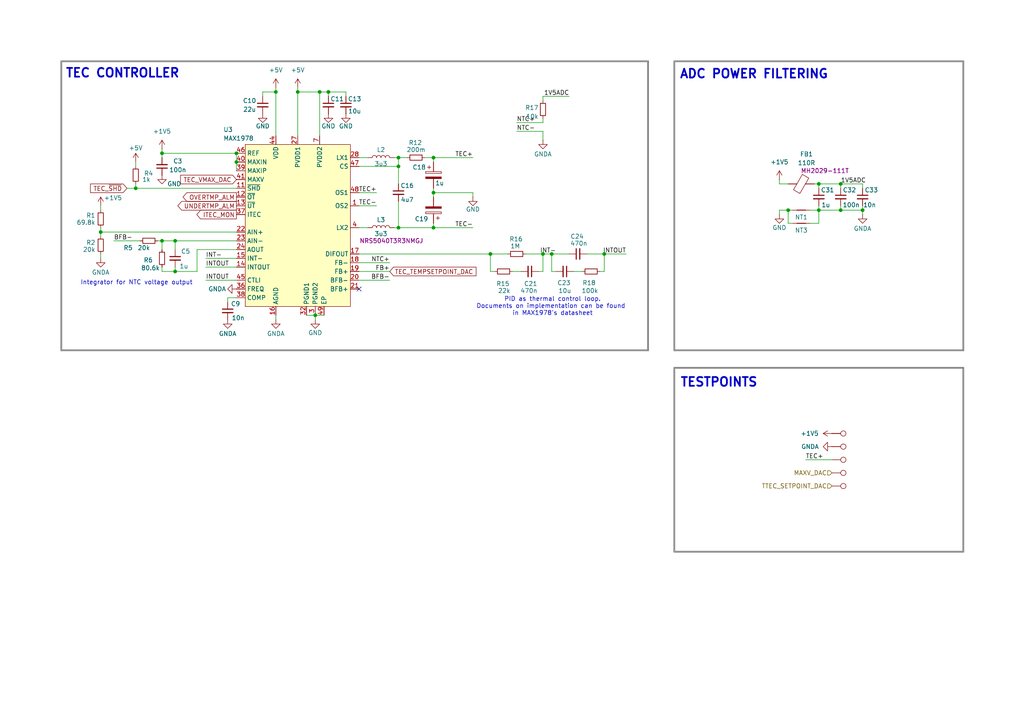
<source format=kicad_sch>
(kicad_sch (version 20241004) (generator "eeschema") (generator_version "8.99")
  (paper "A4")
  (title_block (date "2024-03-27") (comment 1 "Mirco Tollardo"))
  (lib_symbols
    (symbol "Connector:TestPoint" (pin_numbers (hide yes)) (pin_names (offset 0.762) (hide yes))
      (property "Reference" "TP" (at 0 6.858 0))
      (property "Value" "TestPoint" (at 0 5.08 0))
      (symbol "TestPoint_0_1"
        (circle (center 0 3.302) (radius 0.762))
      )
      (symbol "TestPoint_1_1"
        (pin passive line (at 0 0 90) (length 2.54) (name "1") (number "1"))
      )
    )
    (symbol "Device:C_Polarized" (pin_numbers (hide yes)) (pin_names (offset 0.254))
      (property "Reference" "C" (at 0.635 2.54 0))
      (property "Value" "C_Polarized" (at 0.635 -2.54 0))
      (symbol "C_Polarized_0_1"
        (rectangle (start -2.286 0.508) (end 2.286 1.016))
        (polyline (pts (xy -1.778 2.286) (xy -0.762 2.286)))
        (polyline (pts (xy -1.27 2.794) (xy -1.27 1.778)))
        (rectangle (start 2.286 -0.508) (end -2.286 -1.016) (fill (type outline)))
      )
      (symbol "C_Polarized_1_1"
        (pin passive line (at 0 3.81 270) (length 2.794) (name "~") (number "1"))
        (pin passive line (at 0 -3.81 90) (length 2.794) (name "~") (number "2"))
      )
    )
    (symbol "Device:C_Small" (pin_numbers (hide yes)) (pin_names (offset 0.254) (hide yes))
      (property "Reference" "C" (at 0.254 1.778 0))
      (property "Value" "C_Small" (at 0.254 -2.032 0))
      (symbol "C_Small_0_1"
        (polyline (pts (xy -1.524 0.508) (xy 1.524 0.508)) (stroke (width 0.3048)))
        (polyline (pts (xy -1.524 -0.508) (xy 1.524 -0.508)) (stroke (width 0.3302)))
      )
      (symbol "C_Small_1_1"
        (pin passive line (at 0 2.54 270) (length 2.032) (name "~") (number "1"))
        (pin passive line (at 0 -2.54 90) (length 2.032) (name "~") (number "2"))
      )
    )
    (symbol "Device:FerriteBead" (pin_numbers (hide yes)) (pin_names (offset 0))
      (property "Reference" "FB" (at -3.81 0.635 90))
      (property "Value" "FerriteBead" (at 3.81 0 90))
      (symbol "FerriteBead_0_1"
        (polyline (pts (xy -2.7686 0.4064) (xy -1.7018 2.2606) (xy 2.7686 -0.3048) (xy 1.6764 -2.159) (xy -2.7686 0.4064)))
        (polyline (pts (xy 0 1.27) (xy 0 1.2954)))
        (polyline (pts (xy 0 -1.27) (xy 0 -1.2192)))
      )
      (symbol "FerriteBead_1_1"
        (pin passive line (at 0 3.81 270) (length 2.54) (name "~") (number "1"))
        (pin passive line (at 0 -3.81 90) (length 2.54) (name "~") (number "2"))
      )
    )
    (symbol "Device:L" (pin_numbers (hide yes)) (pin_names (offset 1.016) (hide yes))
      (property "Reference" "L" (at -1.27 0 90))
      (property "Value" "L" (at 1.905 0 90))
      (symbol "L_0_1"
        (arc (start 0 2.54) (mid 0.6323 1.905) (end 0 1.27))
        (arc (start 0 1.27) (mid 0.6323 0.635) (end 0 0))
        (arc (start 0 0) (mid 0.6323 -0.635) (end 0 -1.27))
        (arc (start 0 -1.27) (mid 0.6323 -1.905) (end 0 -2.54))
      )
      (symbol "L_1_1"
        (pin passive line (at 0 3.81 270) (length 1.27) (name "1") (number "1"))
        (pin passive line (at 0 -3.81 90) (length 1.27) (name "2") (number "2"))
      )
    )
    (symbol "Device:NetTie_2" (pin_numbers (hide yes)) (pin_names (offset 0) (hide yes)) (in_bom no)
      (property "Reference" "NT" (at 0 1.27 0))
      (property "Value" "NetTie_2" (at 0 -1.27 0))
      (symbol "NetTie_2_0_1"
        (polyline (pts (xy -1.27 0) (xy 1.27 0)) (stroke (width 0.254)))
      )
      (symbol "NetTie_2_1_1"
        (pin passive line (at -2.54 0 0) (length 2.54) (name "1") (number "1"))
        (pin passive line (at 2.54 0 180) (length 2.54) (name "2") (number "2"))
      )
    )
    (symbol "Device:R_Small" (pin_numbers (hide yes)) (pin_names (offset 0.254) (hide yes))
      (property "Reference" "R" (at 0.762 0.508 0))
      (property "Value" "R_Small" (at 0.762 -1.016 0))
      (symbol "R_Small_0_1"
        (rectangle (start -0.762 1.778) (end 0.762 -1.778) (stroke (width 0.2032)))
      )
      (symbol "R_Small_1_1"
        (pin passive line (at 0 2.54 270) (length 0.762) (name "~") (number "1"))
        (pin passive line (at 0 -2.54 90) (length 0.762) (name "~") (number "2"))
      )
    )
    (symbol "power:+1V5" (power) (pin_numbers (hide yes)) (pin_names (offset 0) (hide yes))
      (property "Value" "+1V5" (at 0 3.556 0))
      (symbol "+1V5_0_1"
        (polyline (pts (xy -0.762 1.27) (xy 0 2.54)))
        (polyline (pts (xy 0 2.54) (xy 0.762 1.27)))
        (polyline (pts (xy 0 0) (xy 0 2.54)))
      )
      (symbol "+1V5_1_1"
        (pin power_in line (at 0 0 90) (length 0) (name "~") (number "1"))
      )
    )
    (symbol "power:+5V" (power) (pin_numbers (hide yes)) (pin_names (offset 0) (hide yes))
      (property "Value" "+5V" (at 0 3.556 0))
      (symbol "+5V_0_1"
        (polyline (pts (xy -0.762 1.27) (xy 0 2.54)))
        (polyline (pts (xy 0 2.54) (xy 0.762 1.27)))
        (polyline (pts (xy 0 0) (xy 0 2.54)))
      )
      (symbol "+5V_1_1"
        (pin power_in line (at 0 0 90) (length 0) (name "~") (number "1"))
      )
    )
    (symbol "power:GND" (power) (pin_numbers (hide yes)) (pin_names (offset 0) (hide yes))
      (property "Value" "GND" (at 0 -3.81 0))
      (symbol "GND_0_1"
        (polyline (pts (xy 0 0) (xy 0 -1.27) (xy 1.27 -1.27) (xy 0 -2.54) (xy -1.27 -1.27) (xy 0 -1.27)))
      )
      (symbol "GND_1_1"
        (pin power_in line (at 0 0 270) (length 0) (name "~") (number "1"))
      )
    )
    (symbol "power:GNDA" (power) (pin_numbers (hide yes)) (pin_names (offset 0) (hide yes))
      (property "Value" "GNDA" (at 0 -3.81 0))
      (symbol "GNDA_0_1"
        (polyline (pts (xy 0 0) (xy 0 -1.27) (xy 1.27 -1.27) (xy 0 -2.54) (xy -1.27 -1.27) (xy 0 -1.27)))
      )
      (symbol "GNDA_1_1"
        (pin power_in line (at 0 0 270) (length 0) (name "~") (number "1"))
      )
    )
    (symbol "symbols:MAX1978"
      (property "Reference" "U" (at 14.478 10.414 0))
      (property "Value" "MAX1978" (at 18.034 8.128 0))
      (symbol "MAX1978_1_1"
        (rectangle (start -15.24 6.35) (end 15.24 -40.64) (fill (type background)))
        (pin power_out line (at -17.78 3.81 0) (length 2.54) (name "REF") (number "46"))
        (pin output line (at -17.78 1.27 0) (length 2.54) (name "MAXIN") (number "40"))
        (pin output line (at -17.78 -1.27 0) (length 2.54) (name "MAXIP") (number "39"))
        (pin output line (at -17.78 -3.81 0) (length 2.54) (name "MAXV") (number "41"))
        (pin input line (at -17.78 -6.35 0) (length 2.54) (name "~{SHD}") (number "11"))
        (pin open_collector line (at -17.78 -8.89 0) (length 2.54) (name "~{OT}") (number "12"))
        (pin open_collector line (at -17.78 -11.43 0) (length 2.54) (name "~{UT}") (number "13"))
        (pin output line (at -17.78 -13.97 0) (length 2.54) (name "ITEC") (number "37"))
        (pin input line (at -17.78 -19.05 0) (length 2.54) (name "AIN+") (number "22"))
        (pin input line (at -17.78 -21.59 0) (length 2.54) (name "AIN-") (number "23"))
        (pin output line (at -17.78 -24.13 0) (length 2.54) (name "AOUT") (number "24"))
        (pin input line (at -17.78 -26.67 0) (length 2.54) (name "INT-") (number "15"))
        (pin output line (at -17.78 -29.21 0) (length 2.54) (name "INTOUT") (number "14"))
        (pin input line (at -17.78 -33.02 0) (length 2.54) (name "CTLI") (number "45"))
        (pin input line (at -17.78 -35.56 0) (length 2.54) (name "FREQ") (number "36"))
        (pin input line (at -17.78 -38.1 0) (length 2.54) (name "COMP") (number "38"))
        (pin power_in line (at -6.35 8.89 270) (length 2.54) (name "VDD") (number "44"))
        (pin power_in line (at -6.35 -43.18 90) (length 2.54) (name "AGND") (number "16"))
        (pin power_in line (at -6.35 -43.18 90) (length 2.54) (hide yes) (name "AGND") (number "25"))
        (pin power_in line (at -6.35 -43.18 90) (length 2.54) (hide yes) (name "AGND") (number "26"))
        (pin power_in line (at -6.35 -43.18 90) (length 2.54) (hide yes) (name "AGND") (number "42"))
        (pin power_in line (at -6.35 -43.18 90) (length 2.54) (hide yes) (name "AGND") (number "43"))
        (pin power_in line (at 0 8.89 270) (length 2.54) (name "PVDD1") (number "27"))
        (pin power_in line (at 0 8.89 270) (length 2.54) (hide yes) (name "PVDD1") (number "30"))
        (pin no_connect line (at 0 -43.18 90) (length 2.54) (hide yes) (name "NC") (number "2"))
        (pin no_connect line (at 0 -43.18 90) (length 2.54) (hide yes) (name "NC") (number "29"))
        (pin no_connect line (at 0 -43.18 90) (length 2.54) (hide yes) (name "NC") (number "35"))
        (pin no_connect line (at 0 -43.18 90) (length 2.54) (hide yes) (name "NC") (number "8"))
        (pin power_in line (at 2.54 -43.18 90) (length 2.54) (name "PGND1") (number "32"))
        (pin power_in line (at 2.54 -43.18 90) (length 2.54) (hide yes) (name "PGND1") (number "34"))
        (pin power_in line (at 5.08 -43.18 90) (length 2.54) (name "PGND2") (number "3"))
        (pin power_in line (at 5.08 -43.18 90) (length 2.54) (hide yes) (name "PGND2") (number "5"))
        (pin power_in line (at 6.35 8.89 270) (length 2.54) (hide yes) (name "PVDD2") (number "10"))
        (pin power_in line (at 6.35 8.89 270) (length 2.54) (name "PVDD2") (number "7"))
        (pin passive line (at 7.62 -43.18 90) (length 2.54) (name "EP") (number "49"))
        (pin power_out line (at 17.78 2.54 180) (length 2.54) (name "LX1") (number "28"))
        (pin power_out line (at 17.78 2.54 180) (length 2.54) (hide yes) (name "LX1") (number "31"))
        (pin power_out line (at 17.78 2.54 180) (length 2.54) (hide yes) (name "LX1") (number "33"))
        (pin input line (at 17.78 0 180) (length 2.54) (name "CS") (number "47"))
        (pin input line (at 17.78 -7.62 180) (length 2.54) (name "OS1") (number "48"))
        (pin input line (at 17.78 -11.43 180) (length 2.54) (name "OS2") (number "1"))
        (pin power_out line (at 17.78 -17.78 180) (length 2.54) (name "LX2") (number "4"))
        (pin power_out line (at 17.78 -17.78 180) (length 2.54) (hide yes) (name "LX2") (number "6"))
        (pin power_out line (at 17.78 -17.78 180) (length 2.54) (hide yes) (name "LX2") (number "9"))
        (pin input line (at 17.78 -25.4 180) (length 2.54) (name "DIFOUT") (number "17"))
        (pin input line (at 17.78 -27.94 180) (length 2.54) (name "FB-") (number "18"))
        (pin input line (at 17.78 -30.48 180) (length 2.54) (name "FB+") (number "19"))
        (pin output line (at 17.78 -33.02 180) (length 2.54) (name "BFB-") (number "20"))
        (pin output line (at 17.78 -35.56 180) (length 2.54) (name "BFB+") (number "21"))
      )
    )
  )
  (text "TEC CONTROLLER" (at 35.56 21.336 0) (effects (font (size 2.54 2.54) (thickness 0.508) (bold yes))))
  (text "PID as thermal control loop.\nDocuments on implementation can be found \nin MAX1978's datasheet" (at 160.274 88.9 0) (effects (font (size 1.27 1.27))))
  (text "TESTPOINTS" (at 208.534 110.998 0) (effects (font (size 2.54 2.54) (thickness 0.508) (bold yes))))
  (text "Integrator for NTC voltage output" (at 39.624 82.042 0) (effects (font (size 1.27 1.27))))
  (text "ADC POWER FILTERING" (at 218.694 21.59 0) (effects (font (size 2.54 2.54) (thickness 0.508) (bold yes))))
  (junction (at 250.19 60.96))
  (junction (at 237.49 53.34))
  (junction (at 29.21 67.31))
  (junction (at 125.73 45.72))
  (junction (at 142.24 73.66))
  (junction (at 68.58 44.45))
  (junction (at 125.73 66.04))
  (junction (at 175.26 73.66))
  (junction (at 68.58 46.99))
  (junction (at 46.99 69.85))
  (junction (at 39.37 54.61))
  (junction (at 46.99 44.45))
  (junction (at 125.73 55.88))
  (junction (at 92.71 26.67))
  (junction (at 95.25 26.67))
  (junction (at 86.36 26.67))
  (junction (at 91.44 91.44))
  (junction (at 157.48 73.66))
  (junction (at 237.49 60.96))
  (junction (at 160.02 73.66))
  (junction (at 50.8 69.85))
  (junction (at 243.84 60.96))
  (junction (at 228.6 60.96))
  (junction (at 115.57 48.26))
  (junction (at 115.57 45.72))
  (junction (at 50.8 78.74))
  (junction (at 115.57 66.04))
  (junction (at 80.01 26.67))
  (junction (at 243.84 53.34))
  (no_connect (at 104.14 83.82))
  (wire (pts (xy 160.02 73.66) (xy 165.1 73.66)))
  (polyline (pts (xy 195.58 160.02) (xy 279.4 160.02)) (stroke (width 0.508) (color 132 132 132 1)))
  (wire (pts (xy 157.48 73.66) (xy 157.48 78.74)))
  (wire (pts (xy 50.8 78.74) (xy 46.99 78.74)))
  (wire (pts (xy 46.99 78.74) (xy 46.99 77.47)))
  (wire (pts (xy 125.73 66.04) (xy 125.73 64.77)))
  (wire (pts (xy 46.99 69.85) (xy 50.8 69.85)))
  (polyline (pts (xy 279.4 17.78) (xy 279.4 101.6)) (stroke (width 0.508) (color 132 132 132 1)))
  (wire (pts (xy 156.21 78.74) (xy 157.48 78.74)))
  (wire (pts (xy 76.2 26.67) (xy 76.2 27.94)))
  (wire (pts (xy 104.14 76.2) (xy 113.03 76.2)))
  (wire (pts (xy 68.58 44.45) (xy 68.58 46.99)))
  (wire (pts (xy 137.16 55.88) (xy 137.16 57.15)))
  (wire (pts (xy 104.14 78.74) (xy 113.03 78.74)))
  (wire (pts (xy 80.01 26.67) (xy 80.01 39.37)))
  (wire (pts (xy 29.21 73.66) (xy 29.21 74.93)))
  (polyline (pts (xy 17.78 101.6) (xy 187.96 101.6)) (stroke (width 0.508) (color 132 132 132 1)))
  (polyline (pts (xy 195.58 101.6) (xy 279.4 101.6)) (stroke (width 0.508) (color 132 132 132 1)))
  (wire (pts (xy 46.99 69.85) (xy 46.99 72.39)))
  (wire (pts (xy 123.19 45.72) (xy 125.73 45.72)))
  (wire (pts (xy 115.57 58.42) (xy 115.57 66.04)))
  (wire (pts (xy 50.8 72.39) (xy 50.8 69.85)))
  (wire (pts (xy 40.64 69.85) (xy 33.02 69.85)))
  (wire (pts (xy 125.73 54.61) (xy 125.73 55.88)))
  (wire (pts (xy 181.61 73.66) (xy 175.26 73.66)))
  (wire (pts (xy 165.1 27.94) (xy 157.48 27.94)))
  (wire (pts (xy 29.21 67.31) (xy 29.21 68.58)))
  (wire (pts (xy 149.86 35.56) (xy 157.48 35.56)))
  (wire (pts (xy 157.48 73.66) (xy 160.02 73.66)))
  (wire (pts (xy 175.26 73.66) (xy 170.18 73.66)))
  (wire (pts (xy 59.69 74.93) (xy 68.58 74.93)))
  (wire (pts (xy 66.04 86.36) (xy 66.04 87.63)))
  (wire (pts (xy 115.57 45.72) (xy 118.11 45.72)))
  (wire (pts (xy 226.06 60.96) (xy 228.6 60.96)))
  (wire (pts (xy 143.51 78.74) (xy 142.24 78.74)))
  (wire (pts (xy 250.19 59.69) (xy 250.19 60.96)))
  (wire (pts (xy 29.21 66.04) (xy 29.21 67.31)))
  (wire (pts (xy 237.49 53.34) (xy 237.49 54.61)))
  (wire (pts (xy 68.58 72.39) (xy 57.15 72.39)))
  (wire (pts (xy 236.22 53.34) (xy 237.49 53.34)))
  (wire (pts (xy 160.02 73.66) (xy 160.02 78.74)))
  (polyline (pts (xy 187.96 17.78) (xy 17.78 17.78)) (stroke (width 0.508) (color 132 132 132 1)))
  (wire (pts (xy 226.06 52.07) (xy 226.06 53.34)))
  (wire (pts (xy 95.25 26.67) (xy 95.25 27.94)))
  (wire (pts (xy 92.71 26.67) (xy 95.25 26.67)))
  (wire (pts (xy 149.86 38.1) (xy 157.48 38.1)))
  (wire (pts (xy 229.87 64.77) (xy 228.6 64.77)))
  (wire (pts (xy 39.37 53.34) (xy 39.37 54.61)))
  (wire (pts (xy 45.72 69.85) (xy 46.99 69.85)))
  (wire (pts (xy 115.57 53.34) (xy 115.57 48.26)))
  (wire (pts (xy 86.36 39.37) (xy 86.36 26.67)))
  (wire (pts (xy 250.19 60.96) (xy 243.84 60.96)))
  (wire (pts (xy 29.21 59.69) (xy 29.21 60.96)))
  (wire (pts (xy 114.3 66.04) (xy 115.57 66.04)))
  (wire (pts (xy 137.16 55.88) (xy 125.73 55.88)))
  (polyline (pts (xy 195.58 106.68) (xy 195.58 160.02)) (stroke (width 0.508) (color 132 132 132 1)))
  (polyline (pts (xy 187.96 101.6) (xy 187.96 17.78)) (stroke (width 0.508) (color 132 132 132 1)))
  (polyline (pts (xy 195.58 17.78) (xy 279.4 17.78)) (stroke (width 0.508) (color 132 132 132 1)))
  (wire (pts (xy 36.83 54.61) (xy 39.37 54.61)))
  (polyline (pts (xy 17.78 17.78) (xy 17.78 101.6)) (stroke (width 0.508) (color 132 132 132 1)))
  (wire (pts (xy 142.24 73.66) (xy 104.14 73.66)))
  (wire (pts (xy 80.01 25.4) (xy 80.01 26.67)))
  (wire (pts (xy 157.48 27.94) (xy 157.48 29.21)))
  (wire (pts (xy 76.2 26.67) (xy 80.01 26.67)))
  (wire (pts (xy 29.21 67.31) (xy 68.58 67.31)))
  (wire (pts (xy 39.37 54.61) (xy 68.58 54.61)))
  (wire (pts (xy 237.49 60.96) (xy 234.95 60.96)))
  (wire (pts (xy 115.57 45.72) (xy 115.57 48.26)))
  (wire (pts (xy 57.15 78.74) (xy 50.8 78.74)))
  (wire (pts (xy 91.44 92.71) (xy 91.44 91.44)))
  (wire (pts (xy 57.15 72.39) (xy 57.15 78.74)))
  (wire (pts (xy 125.73 45.72) (xy 125.73 46.99)))
  (polyline (pts (xy 279.4 106.68) (xy 195.58 106.68)) (stroke (width 0.508) (color 132 132 132 1)))
  (wire (pts (xy 95.25 26.67) (xy 100.33 26.67)))
  (wire (pts (xy 114.3 45.72) (xy 115.57 45.72)))
  (wire (pts (xy 59.69 77.47) (xy 68.58 77.47)))
  (wire (pts (xy 142.24 78.74) (xy 142.24 73.66)))
  (wire (pts (xy 243.84 53.34) (xy 237.49 53.34)))
  (wire (pts (xy 234.95 64.77) (xy 237.49 64.77)))
  (wire (pts (xy 226.06 60.96) (xy 226.06 62.23)))
  (polyline (pts (xy 195.58 101.6) (xy 195.58 17.78)) (stroke (width 0.508) (color 132 132 132 1)))
  (polyline (pts (xy 279.4 160.02) (xy 279.4 106.68)) (stroke (width 0.508) (color 132 132 132 1)))
  (wire (pts (xy 237.49 59.69) (xy 237.49 60.96)))
  (wire (pts (xy 104.14 48.26) (xy 115.57 48.26)))
  (wire (pts (xy 115.57 66.04) (xy 125.73 66.04)))
  (wire (pts (xy 243.84 53.34) (xy 243.84 54.61)))
  (wire (pts (xy 175.26 78.74) (xy 173.99 78.74)))
  (wire (pts (xy 175.26 78.74) (xy 175.26 73.66)))
  (wire (pts (xy 125.73 45.72) (xy 137.16 45.72)))
  (wire (pts (xy 233.68 133.35) (xy 241.3 133.35)))
  (wire (pts (xy 100.33 26.67) (xy 100.33 27.94)))
  (wire (pts (xy 157.48 40.64) (xy 157.48 38.1)))
  (wire (pts (xy 66.04 86.36) (xy 68.58 86.36)))
  (wire (pts (xy 250.19 62.23) (xy 250.19 60.96)))
  (wire (pts (xy 50.8 77.47) (xy 50.8 78.74)))
  (wire (pts (xy 46.99 44.45) (xy 68.58 44.45)))
  (wire (pts (xy 243.84 60.96) (xy 237.49 60.96)))
  (wire (pts (xy 168.91 78.74) (xy 166.37 78.74)))
  (wire (pts (xy 152.4 73.66) (xy 157.48 73.66)))
  (wire (pts (xy 228.6 60.96) (xy 229.87 60.96)))
  (wire (pts (xy 92.71 39.37) (xy 92.71 26.67)))
  (wire (pts (xy 125.73 55.88) (xy 125.73 57.15)))
  (wire (pts (xy 46.99 45.72) (xy 46.99 44.45)))
  (wire (pts (xy 68.58 46.99) (xy 68.58 49.53)))
  (wire (pts (xy 46.99 43.18) (xy 46.99 44.45)))
  (wire (pts (xy 250.19 53.34) (xy 250.19 54.61)))
  (wire (pts (xy 104.14 66.04) (xy 106.68 66.04)))
  (wire (pts (xy 113.03 81.28) (xy 104.14 81.28)))
  (wire (pts (xy 147.32 73.66) (xy 142.24 73.66)))
  (wire (pts (xy 109.22 59.69) (xy 104.14 59.69)))
  (wire (pts (xy 50.8 69.85) (xy 68.58 69.85)))
  (wire (pts (xy 228.6 64.77) (xy 228.6 60.96)))
  (wire (pts (xy 250.19 53.34) (xy 243.84 53.34)))
  (wire (pts (xy 161.29 78.74) (xy 160.02 78.74)))
  (wire (pts (xy 91.44 91.44) (xy 93.98 91.44)))
  (wire (pts (xy 86.36 26.67) (xy 92.71 26.67)))
  (wire (pts (xy 148.59 78.74) (xy 151.13 78.74)))
  (wire (pts (xy 39.37 46.99) (xy 39.37 48.26)))
  (wire (pts (xy 157.48 34.29) (xy 157.48 35.56)))
  (wire (pts (xy 80.01 92.71) (xy 80.01 91.44)))
  (wire (pts (xy 109.22 55.88) (xy 104.14 55.88)))
  (wire (pts (xy 104.14 45.72) (xy 106.68 45.72)))
  (wire (pts (xy 237.49 64.77) (xy 237.49 60.96)))
  (wire (pts (xy 243.84 59.69) (xy 243.84 60.96)))
  (wire (pts (xy 88.9 91.44) (xy 91.44 91.44)))
  (wire (pts (xy 226.06 53.34) (xy 228.6 53.34)))
  (wire (pts (xy 125.73 66.04) (xy 137.16 66.04)))
  (wire (pts (xy 86.36 25.4) (xy 86.36 26.67)))
  (wire (pts (xy 59.69 81.28) (xy 68.58 81.28)))
  (label "1V5ADC" (at 165.1 27.94 180))
  (label "TEC-" (at 137.16 66.04 180))
  (label "BFB-" (at 33.02 69.85 0))
  (label "INTOUT" (at 59.69 81.28 0))
  (label "FB+" (at 113.03 78.74 180))
  (label "BFB-" (at 113.03 81.28 180))
  (label "NTC+" (at 113.03 76.2 180))
  (label "TEC+" (at 233.68 133.35 0))
  (label "INT-" (at 161.29 73.66 180))
  (label "NTC-" (at 149.86 38.1 0))
  (label "NTC+" (at 149.86 35.56 0))
  (label "TEC+" (at 109.22 55.88 180))
  (label "INT-" (at 59.69 74.93 0))
  (label "TEC+" (at 137.16 45.72 180))
  (label "INTOUT" (at 59.69 77.47 0))
  (label "TEC-" (at 109.22 59.69 180))
  (label "1V5ADC" (at 243.84 53.34 0))
  (label "INTOUT" (at 181.61 73.66 180))
  (global_label "OVERTMP_ALM" (shape output) (at 68.58 57.15 180) (property "Intersheetrefs" "${INTERSHEET_REFS}" (effects (hide yes))))
  (global_label "TEC_~{SHD}" (shape input) (at 36.83 54.61 180) (property "Intersheetrefs" "${INTERSHEET_REFS}" (effects (hide yes))))
  (global_label "UNDERTMP_ALM" (shape output) (at 68.58 59.69 180) (property "Intersheetrefs" "${INTERSHEET_REFS}" (effects (hide yes))))
  (global_label "TEC_TEMPSETPOINT_DAC" (shape input) (at 113.03 78.74 0) (property "Intersheetrefs" "${INTERSHEET_REFS}" (effects (hide yes))))
  (global_label "ITEC_MON" (shape output) (at 68.58 62.23 180) (property "Intersheetrefs" "${INTERSHEET_REFS}" (effects (hide yes))))
  (global_label "TEC_VMAX_DAC" (shape input) (at 68.58 52.07 180) (property "Intersheetrefs" "${INTERSHEET_REFS}" (effects (hide yes))))
  (hierarchical_label "TTEC_SETPOINT_DAC" (shape input) (at 241.3 140.97 180))
  (hierarchical_label "MAXV_DAC" (shape input) (at 241.3 137.16 180))
  (symbol (lib_id "power:GNDA") (at 157.48 40.64 0) (mirror y) (unit 1)
    (property "Reference" "#PWR032" (effects (hide yes)))
    (property "Value" "GNDA" (at 157.48 44.704 0))
    (property "Description" "Power symbol creates a global label with name \"GNDA\" , analog ground" (effects (hide yes)))
  )
  (symbol (lib_id "Device:C_Small") (at 167.64 73.66 90) (unit 1)
    (property "Reference" "C24" (at 167.386 68.58 90))
    (property "Value" "470n" (at 167.894 70.612 90))
    (property "Footprint" "Capacitor_SMD:C_0603_1608Metric" (effects (hide yes)))
    (property "Description" "Unpolarized capacitor, small symbol" (effects (hide yes)))
    (property "Voltage Rating" "6V3" (effects (hide yes)))
    (property "PN" "885012106020" (effects (hide yes)))
    (property "Store Link" "https://www.mouser.it/ProductDetail/Wurth-Elektronik/885012106020?qs=0KOYDY2FL28wkv7Maiii5A%3D%3D" (effects (hide yes)))
  )
  (symbol (lib_id "power:GND") (at 137.16 57.15 0) (unit 1)
    (property "Reference" "#PWR030" (effects (hide yes)))
    (property "Value" "GND" (at 137.16 60.706 0))
    (property "Description" "Power symbol creates a global label with name \"GND\" , ground" (effects (hide yes)))
  )
  (symbol (lib_id "Device:R_Small") (at 146.05 78.74 90) (unit 1)
    (property "Reference" "R15" (at 147.828 82.296 90) (effects (justify left)))
    (property "Value" "22k" (at 148.082 84.328 90) (effects (justify left)))
    (property "Footprint" "Resistor_SMD:R_0603_1608Metric" (effects (hide yes)))
    (property "Description" "Resistor, small symbol" (effects (hide yes)))
    (property "PN" "RC0603FR-7W22KL " (effects (hide yes)))
    (property "Store Link" "https://www.mouser.it/ProductDetail/YAGEO/RC0603FR-7W22KL?qs=AQlKX63v8RvpsvNdhDWr1Q%3D%3D" (effects (hide yes)))
  )
  (symbol (lib_id "power:GND") (at 226.06 62.23 0) (unit 1)
    (property "Reference" "#PWR036" (effects (hide yes)))
    (property "Value" "GND" (at 226.06 66.04 0))
    (property "Description" "Power symbol creates a global label with name \"GND\" , ground" (effects (hide yes)))
  )
  (symbol (lib_id "Device:C_Small") (at 243.84 57.15 0) (unit 1)
    (property "Reference" "C32" (at 246.38 55.118 0))
    (property "Value" "100n" (at 246.888 59.436 0))
    (property "Footprint" "Capacitor_SMD:C_0603_1608Metric" (effects (hide yes)))
    (property "Description" "Unpolarized capacitor, small symbol" (effects (hide yes)))
    (property "Voltage Rating" "6V3" (effects (hide yes)))
    (property "Store Link" "https://www.mouser.it/ProductDetail/Samsung-Electro-Mechanics/CL10B104KB8NNND?qs=349EhDEZ59pgcFJT%2FYAROA%3D%3D" (effects (hide yes)))
    (property "PN" " CL10B104KB8NNND " (effects (hide yes)))
  )
  (symbol (lib_id "Device:NetTie_2") (at 232.41 60.96 0) (unit 1) (in_bom no)
    (property "Reference" "NT1" (at 232.41 62.992 0))
    (property "Value" "NetTie_2" (effects (hide yes)))
    (property "Footprint" "NetTie:NetTie-2_SMD_Pad0.5mm" (effects (hide yes)))
    (property "Description" "Net tie, 2 pins" (effects (hide yes)))
  )
  (symbol (lib_id "Device:C_Small") (at 46.99 48.26 180) (unit 1)
    (property "Reference" "C3" (at 51.562 46.736 0))
    (property "Value" "100n" (at 51.562 49.276 0))
    (property "Footprint" "Capacitor_SMD:C_0603_1608Metric" (effects (hide yes)))
    (property "Description" "Unpolarized capacitor, small symbol" (effects (hide yes)))
    (property "Voltage Rating" "6V3" (effects (hide yes)))
    (property "PN" " CL10B104KB8NNND " (effects (hide yes)))
    (property "Store Link" "https://www.mouser.it/ProductDetail/Samsung-Electro-Mechanics/CL10B104KB8NNND?qs=349EhDEZ59pgcFJT%2FYAROA%3D%3D" (effects (hide yes)))
  )
  (symbol (lib_id "Device:C_Small") (at 250.19 57.15 0) (unit 1)
    (property "Reference" "C33" (at 252.73 55.118 0))
    (property "Value" "10n" (at 252.222 59.436 0))
    (property "Footprint" "Capacitor_SMD:C_0603_1608Metric" (effects (hide yes)))
    (property "Description" "Unpolarized capacitor, small symbol" (effects (hide yes)))
    (property "Voltage Rating" "6V3" (effects (hide yes)))
    (property "Store Link" "https://www.mouser.it/ProductDetail/KEMET/C0603C103M5RAC3121?qs=r%2FVmNO8Tjq5bqwGmLxfkAQ%3D%3D" (effects (hide yes)))
    (property "PN" "C0603C103M5RAC3121 " (effects (hide yes)))
  )
  (symbol (lib_id "power:+5V") (at 39.37 46.99 0) (unit 1)
    (property "Reference" "#PWR012" (effects (hide yes)))
    (property "Value" "+5V" (at 39.37 42.926 0))
    (property "Description" "Power symbol creates a global label with name \"+5V\"" (effects (hide yes)))
  )
  (symbol (lib_id "power:GND") (at 91.44 92.71 0) (unit 1)
    (property "Reference" "#PWR023" (effects (hide yes)))
    (property "Value" "GND" (at 91.44 96.52 0))
    (property "Description" "Power symbol creates a global label with name \"GND\" , ground" (effects (hide yes)))
  )
  (symbol (lib_id "power:+1V5") (at 46.99 43.18 0) (unit 1)
    (property "Reference" "#PWR013" (effects (hide yes)))
    (property "Value" "+1V5" (at 46.99 38.1 0))
    (property "Description" "Power symbol creates a global label with name \"+1V5\"" (effects (hide yes)))
  )
  (symbol (lib_id "Device:C_Small") (at 100.33 30.48 0) (unit 1)
    (property "Reference" "C13" (at 102.87 28.702 0))
    (property "Value" "10u" (at 102.87 32.258 0))
    (property "Footprint" "Capacitor_SMD:C_0603_1608Metric" (effects (hide yes)))
    (property "Description" "Unpolarized capacitor, small symbol" (effects (hide yes)))
    (property "Voltage Rating" "6V3" (effects (hide yes)))
    (property "PN" "GRM188R60J106KE7J" (effects (hide yes)))
    (property "Store Link" "https://www.mouser.it/ProductDetail/Murata-Electronics/GRM188R60J106KE47J?qs=rzUXcgKXlod3avm0jBPNNA%3D%3D" (effects (hide yes)))
  )
  (symbol (lib_id "power:+1V5") (at 29.21 59.69 0) (unit 1)
    (property "Reference" "#PWR09" (effects (hide yes)))
    (property "Value" "+1V5" (at 32.766 57.404 0))
    (property "Description" "Power symbol creates a global label with name \"+1V5\"" (effects (hide yes)))
  )
  (symbol (lib_id "Device:C_Small") (at 153.67 78.74 270) (unit 1)
    (property "Reference" "C21" (at 153.924 82.296 90))
    (property "Value" "470n" (at 153.416 84.328 90))
    (property "Footprint" "Capacitor_SMD:C_0603_1608Metric" (effects (hide yes)))
    (property "Description" "Unpolarized capacitor, small symbol" (effects (hide yes)))
    (property "Voltage Rating" "6V3" (effects (hide yes)))
    (property "PN" "885012106020" (effects (hide yes)))
    (property "Store Link" "https://www.mouser.it/ProductDetail/Wurth-Elektronik/885012106020?qs=0KOYDY2FL28wkv7Maiii5A%3D%3D" (effects (hide yes)))
  )
  (symbol (lib_id "power:GNDA") (at 241.3 129.54 270) (mirror x) (unit 1)
    (property "Reference" "#PWR043" (effects (hide yes)))
    (property "Value" "GNDA" (at 234.95 129.54 90))
    (property "Description" "Power symbol creates a global label with name \"GNDA\" , analog ground" (effects (hide yes)))
  )
  (symbol (lib_id "Device:R_Small") (at 39.37 50.8 0) (mirror y) (unit 1)
    (property "Reference" "R4" (at 44.45 50.292 0) (effects (justify left)))
    (property "Value" "1k" (at 43.688 52.07 0) (effects (justify left)))
    (property "Footprint" "Resistor_SMD:R_0603_1608Metric" (effects (hide yes)))
    (property "Description" "Resistor, small symbol" (effects (hide yes)))
    (property "PN" " RC0603FR-7W1KL " (effects (hide yes)))
    (property "Store Link" "https://www.mouser.it/ProductDetail/YAGEO/RC0603FR-7W1KL?qs=tggtontpCXMvQ%2FyOJmz2GQ%3D%3D" (effects (hide yes)))
  )
  (symbol (lib_id "power:GNDA") (at 250.19 62.23 0) (unit 1)
    (property "Reference" "#PWR037" (effects (hide yes)))
    (property "Value" "GNDA" (at 250.19 66.294 0))
    (property "Description" "Power symbol creates a global label with name \"GNDA\" , analog ground" (effects (hide yes)))
  )
  (symbol (lib_id "Device:C_Small") (at 237.49 57.15 0) (unit 1)
    (property "Reference" "C31" (at 240.03 55.118 0))
    (property "Value" "1u" (at 239.522 59.436 0))
    (property "Footprint" "Capacitor_SMD:C_0603_1608Metric" (effects (hide yes)))
    (property "Description" "Unpolarized capacitor, small symbol" (effects (hide yes)))
    (property "Voltage Rating" "6V3" (effects (hide yes)))
    (property "Store Link" "https://www.mouser.it/ProductDetail/TAIYO-YUDEN/MCASE168SB7105KTNA01?qs=tlsG%2FOw5FFiXP9b4Zfyn2g%3D%3D" (effects (hide yes)))
    (property "PN" " MCASE168SB7105KTNA01 " (effects (hide yes)))
  )
  (symbol (lib_id "Device:R_Small") (at 43.18 69.85 270) (mirror x) (unit 1)
    (property "Reference" "R5" (at 35.814 71.882 90) (effects (justify left)))
    (property "Value" "20k" (at 39.878 71.882 90) (effects (justify left)))
    (property "Footprint" "Resistor_SMD:R_0603_1608Metric" (effects (hide yes)))
    (property "Description" "Resistor, small symbol" (effects (hide yes)))
    (property "PN" " ERJ-PB3B2002V" (effects (hide yes)))
    (property "Store Link" "https://www.mouser.it/ProductDetail/Panasonic/ERJ-PB3B2002V?qs=RYIBGgAklzJi4PTS%252BQSDyw%3D%3D" (effects (hide yes)))
  )
  (symbol (lib_id "power:+1V5") (at 241.3 125.73 90) (mirror x) (unit 1)
    (property "Reference" "#PWR042" (effects (hide yes)))
    (property "Value" "+1V5" (at 237.49 125.7299 90) (effects (justify left)))
    (property "Description" "Power symbol creates a global label with name \"+1V5\"" (effects (hide yes)))
  )
  (symbol (lib_id "Connector:TestPoint") (at 241.3 125.73 270) (unit 1) (in_bom no)
    (property "Reference" "TP1" (effects (hide yes)))
    (property "Value" "TestPoint" (effects (hide yes)))
    (property "Footprint" "TestPoint:TestPoint_Pad_D1.0mm" (effects (hide yes)))
    (property "Description" "test point" (effects (hide yes)))
  )
  (symbol (lib_id "Device:C_Polarized") (at 125.73 50.8 0) (unit 1)
    (property "Reference" "C18" (at 119.634 48.514 0) (effects (justify left)))
    (property "Value" "1u" (at 126.238 53.086 0) (effects (justify left)))
    (property "Footprint" "Capacitor_SMD:CP_Elec_4x5.4" (effects (hide yes)))
    (property "Description" "Polarized capacitor" (effects (hide yes)))
    (property "PN" "EDH105M050A9BAA" (effects (hide yes)))
    (property "Voltage Rating" "6V3" (effects (hide yes)))
    (property "Store Link" "https://www.mouser.it/ProductDetail/KEMET/EDH105M050A9BAA?qs=E9QF1UCAUX56DBSFGzxVeg%3D%3D" (effects (hide yes)))
  )
  (symbol (lib_id "Connector:TestPoint") (at 241.3 137.16 270) (unit 1) (in_bom no)
    (property "Reference" "TP10" (effects (hide yes)))
    (property "Value" "TestPoint" (effects (hide yes)))
    (property "Footprint" "TestPoint:TestPoint_Pad_D1.0mm" (effects (hide yes)))
    (property "Description" "test point" (effects (hide yes)))
  )
  (symbol (lib_id "Device:L") (at 110.49 45.72 90) (unit 1)
    (property "Reference" "L2" (at 110.49 43.434 90))
    (property "Value" "3u3" (at 110.49 47.498 90))
    (property "Footprint" "Inductor_SMD:L_Taiyo-Yuden_NR-50xx" (effects (hide yes)))
    (property "Datasheet" "https://www.mouser.it/datasheet/2/396/wound04_e-1290968.pdf" (effects (hide yes)))
    (property "Description" "Inductor" (effects (hide yes)))
    (property "Store Link" "https://www.mouser.it/ProductDetail/TAIYO-YUDEN/NRS5040T3R3NMGJ?qs=vF%252B8ahGVilcUO7JepOFelg%3D%3D" (effects (hide yes)))
    (property "PN" "NRS5040T3R3NMGJ" (effects (hide yes)))
  )
  (symbol (lib_id "power:GNDA") (at 66.04 92.71 0) (unit 1)
    (property "Reference" "#PWR016" (effects (hide yes)))
    (property "Value" "GNDA" (at 66.04 96.774 0))
    (property "Description" "Power symbol creates a global label with name \"GNDA\" , analog ground" (effects (hide yes)))
  )
  (symbol (lib_id "Connector:TestPoint") (at 241.3 129.54 270) (unit 1) (in_bom no)
    (property "Reference" "TP2" (effects (hide yes)))
    (property "Value" "TestPoint" (effects (hide yes)))
    (property "Footprint" "TestPoint:TestPoint_Pad_1.5x1.5mm" (effects (hide yes)))
    (property "Description" "test point" (effects (hide yes)))
  )
  (symbol (lib_id "power:+1V5") (at 226.06 52.07 0) (mirror y) (unit 1)
    (property "Reference" "#PWR035" (effects (hide yes)))
    (property "Value" "+1V5" (at 226.06 46.99 0))
    (property "Description" "Power symbol creates a global label with name \"+1V5\"" (effects (hide yes)))
  )
  (symbol (lib_id "power:GND") (at 76.2 33.02 0) (unit 1)
    (property "Reference" "#PWR019" (effects (hide yes)))
    (property "Value" "GND" (at 76.2 36.576 0))
    (property "Description" "Power symbol creates a global label with name \"GND\" , ground" (effects (hide yes)))
  )
  (symbol (lib_id "Device:R_Small") (at 120.65 45.72 90) (unit 1)
    (property "Reference" "R12" (at 122.428 41.402 90) (effects (justify left)))
    (property "Value" "200m" (at 123.444 43.434 90) (effects (justify left)))
    (property "Footprint" "PCM_Resistor_SMD_AKL:R_2010_5025Metric" (effects (hide yes)))
    (property "Description" "Resistor, small symbol" (effects (hide yes)))
    (property "Store Link" "https://www.mouser.it/ProductDetail/Wurth-Elektronik/560050350011?qs=eP2BKZSCXI55EfbEPFOtHw%3D%3D" (effects (hide yes)))
    (property "PN" "560050350011 " (effects (hide yes)))
  )
  (symbol (lib_id "power:GND") (at 46.99 50.8 0) (unit 1)
    (property "Reference" "#PWR014" (effects (hide yes)))
    (property "Value" "GND" (at 50.546 53.34 0))
    (property "Description" "Power symbol creates a global label with name \"GND\" , ground" (effects (hide yes)))
  )
  (symbol (lib_id "Device:R_Small") (at 171.45 78.74 270) (unit 1)
    (property "Reference" "R18" (at 168.91 82.042 90) (effects (justify left)))
    (property "Value" "100k" (at 168.656 84.328 90) (effects (justify left)))
    (property "Footprint" "Resistor_SMD:R_0603_1608Metric" (effects (hide yes)))
    (property "Description" "Resistor, small symbol" (effects (hide yes)))
    (property "PN" "RC0603FR-10100KL " (effects (hide yes)))
    (property "Store Link" "https://www.mouser.it/ProductDetail/YAGEO/RC0603FR-10100KL?qs=EiqXWrxQq61ZH6Ig%2FQCCjQ%3D%3D" (effects (hide yes)))
  )
  (symbol (lib_id "Device:R_Small") (at 157.48 31.75 0) (mirror y) (unit 1)
    (property "Reference" "R17" (at 156.21 31.242 0) (effects (justify left)))
    (property "Value" "10k" (at 156.21 33.782 0) (effects (justify left)))
    (property "Footprint" "Resistor_SMD:R_0603_1608Metric" (effects (hide yes)))
    (property "Description" "Resistor, small symbol" (effects (hide yes)))
    (property "PN" "CRCW060310K0FKEC " (effects (hide yes)))
    (property "Store Link" "https://www.mouser.it/ProductDetail/Vishay-Dale/CRCW060310K0FKEC?qs=DhCTQV%252BB7kVUX5brQUG3LA%3D%3D" (effects (hide yes)))
  )
  (symbol (lib_id "Device:C_Small") (at 115.57 55.88 0) (unit 1)
    (property "Reference" "C16" (at 118.11 53.848 0))
    (property "Value" "4u7" (at 118.11 57.912 0))
    (property "Footprint" "Capacitor_SMD:C_0603_1608Metric" (effects (hide yes)))
    (property "Description" "Unpolarized capacitor, small symbol" (effects (hide yes)))
    (property "Voltage Rating" "16V" (effects (hide yes)))
    (property "PN" " C1608X5R1E475K080AC " (effects (hide yes)))
    (property "Store Link" "https://www.mouser.it/ProductDetail/TDK/C1608X5R1E475K080AC?qs=dfay7wIA1uHUGZGvnFtOyQ%3D%3D" (effects (hide yes)))
  )
  (symbol (lib_id "Device:FerriteBead") (at 232.41 53.34 90) (unit 1)
    (property "Reference" "FB1" (at 233.934 44.704 90))
    (property "Value" "110R" (at 233.934 47.244 90))
    (property "Footprint" "PCM_Ferrite_SMD_AKL:Ferrite_0805_2012Metric" (effects (hide yes)))
    (property "Datasheet" "https://www.mouser.it/datasheet/2/54/MH2029_T-3358799.pdf" (effects (hide yes)))
    (property "Description" "Ferrite bead" (effects (hide yes)))
    (property "Store Link" "https://www.mouser.it/ProductDetail/Bourns/MH2029-111T?qs=HoCaDK9Nz5cNZAw4%252BC%2FN8w%3D%3D" (effects (hide yes)))
    (property "PN" "MH2029-111T" (at 239.268 49.53 90))
  )
  (symbol (lib_id "power:GNDA") (at 68.58 83.82 270) (unit 1)
    (property "Reference" "#PWR018" (effects (hide yes)))
    (property "Value" "GNDA" (at 62.992 83.82 90))
    (property "Description" "Power symbol creates a global label with name \"GNDA\" , analog ground" (effects (hide yes)))
  )
  (symbol (lib_id "Connector:TestPoint") (at 241.3 140.97 270) (unit 1) (in_bom no)
    (property "Reference" "TP11" (effects (hide yes)))
    (property "Value" "TestPoint" (effects (hide yes)))
    (property "Footprint" "TestPoint:TestPoint_Pad_D1.0mm" (effects (hide yes)))
    (property "Description" "test point" (effects (hide yes)))
  )
  (symbol (lib_id "Device:R_Small") (at 29.21 63.5 0) (mirror y) (unit 1)
    (property "Reference" "R1" (at 27.686 62.484 0) (effects (justify left)))
    (property "Value" "69.8k" (at 27.686 64.516 0) (effects (justify left)))
    (property "Footprint" "Resistor_SMD:R_0603_1608Metric" (effects (hide yes)))
    (property "Description" "Resistor, small symbol" (effects (hide yes)))
    (property "PN" " ERJ-PB3B6982V" (effects (hide yes)))
    (property "Store Link" "https://www.mouser.it/ProductDetail/Panasonic/ERJ-PB3B6982V?qs=RYIBGgAklzJaJ7Vzdd4c2A%3D%3D" (effects (hide yes)))
  )
  (symbol (lib_id "Device:R_Small") (at 46.99 74.93 0) (unit 1)
    (property "Reference" "R6" (at 41.656 75.438 0) (effects (justify left)))
    (property "Value" "80.6k" (at 40.894 77.724 0) (effects (justify left)))
    (property "Footprint" "Resistor_SMD:R_0603_1608Metric" (effects (hide yes)))
    (property "Description" "Resistor, small symbol" (effects (hide yes)))
    (property "PN" " ERJ-3RBD8062V " (effects (hide yes)))
    (property "Store Link" "https://www.mouser.it/ProductDetail/Panasonic/ERJ-3RBD8062V?qs=KTDjhDDUMAleAH8zu8WfkA%3D%3D" (effects (hide yes)))
  )
  (symbol (lib_id "power:+5V") (at 80.01 25.4 0) (unit 1)
    (property "Reference" "#PWR020" (effects (hide yes)))
    (property "Value" "+5V" (at 80.01 20.32 0))
    (property "Description" "Power symbol creates a global label with name \"+5V\"" (effects (hide yes)))
  )
  (symbol (lib_id "Device:R_Small") (at 29.21 71.12 0) (mirror y) (unit 1)
    (property "Reference" "R2" (at 27.686 70.358 0) (effects (justify left)))
    (property "Value" "20k" (at 27.686 72.39 0) (effects (justify left)))
    (property "Footprint" "Resistor_SMD:R_0603_1608Metric" (effects (hide yes)))
    (property "Description" "Resistor, small symbol" (effects (hide yes)))
    (property "PN" " ERJ-PB3B2002V" (effects (hide yes)))
    (property "Store Link" "https://www.mouser.it/ProductDetail/Panasonic/ERJ-PB3B2002V?qs=RYIBGgAklzJi4PTS%252BQSDyw%3D%3D" (effects (hide yes)))
  )
  (symbol (lib_id "Connector:TestPoint") (at 241.3 133.35 270) (unit 1) (in_bom no)
    (property "Reference" "TP3" (effects (hide yes)))
    (property "Value" "TestPoint" (effects (hide yes)))
    (property "Footprint" "TestPoint:TestPoint_Pad_D1.5mm" (effects (hide yes)))
    (property "Description" "test point" (effects (hide yes)))
  )
  (symbol (lib_id "Device:C_Polarized") (at 125.73 60.96 180) (unit 1)
    (property "Reference" "C19" (at 124.206 63.5 0) (effects (justify left)))
    (property "Value" "1u" (effects (hide yes)))
    (property "Footprint" "Capacitor_SMD:CP_Elec_4x5.4" (effects (hide yes)))
    (property "Description" "Polarized capacitor" (effects (hide yes)))
    (property "PN" "EDH105M050A9BAA" (effects (hide yes)))
    (property "Voltage Rating" "25V" (effects (hide yes)))
    (property "Store Link" "https://www.mouser.it/ProductDetail/KEMET/EDH105M050A9BAA?qs=E9QF1UCAUX56DBSFGzxVeg%3D%3D" (effects (hide yes)))
  )
  (symbol (lib_id "Device:C_Small") (at 163.83 78.74 270) (unit 1)
    (property "Reference" "C23" (at 163.576 82.042 90))
    (property "Value" "10u" (at 163.83 84.328 90))
    (property "Footprint" "Capacitor_SMD:C_0603_1608Metric" (effects (hide yes)))
    (property "Description" "Unpolarized capacitor, small symbol" (effects (hide yes)))
    (property "Voltage Rating" "6V3" (effects (hide yes)))
    (property "PN" "GRM188R60J106KE7J" (effects (hide yes)))
    (property "Store Link" "https://www.mouser.it/ProductDetail/Murata-Electronics/GRM188R60J106KE47J?qs=rzUXcgKXlod3avm0jBPNNA%3D%3D" (effects (hide yes)))
  )
  (symbol (lib_id "Device:R_Small") (at 149.86 73.66 90) (unit 1)
    (property "Reference" "R16" (at 151.638 69.342 90) (effects (justify left)))
    (property "Value" "1M" (at 150.876 71.374 90) (effects (justify left)))
    (property "Footprint" "Resistor_SMD:R_0603_1608Metric" (effects (hide yes)))
    (property "Description" "Resistor, small symbol" (effects (hide yes)))
    (property "PN" "CRCW06031M00JNEA " (effects (hide yes)))
    (property "Store Link" "https://www.mouser.it/ProductDetail/Vishay-Dale/CRCW06031M00JNEA?qs=YAISaLHWueHBixh%2FlZ6iFg%3D%3D" (effects (hide yes)))
  )
  (symbol (lib_id "Device:C_Small") (at 95.25 30.48 0) (unit 1)
    (property "Reference" "C11" (at 97.79 28.702 0))
    (property "Value" "10u" (effects (hide yes)))
    (property "Footprint" "Capacitor_SMD:C_0603_1608Metric" (effects (hide yes)))
    (property "Description" "Unpolarized capacitor, small symbol" (effects (hide yes)))
    (property "Voltage Rating" "6V3" (effects (hide yes)))
    (property "PN" "GRM188R60J106KE7J" (effects (hide yes)))
    (property "Store Link" "https://www.mouser.it/ProductDetail/Murata-Electronics/GRM188R60J106KE47J?qs=rzUXcgKXlod3avm0jBPNNA%3D%3D" (effects (hide yes)))
  )
  (symbol (lib_id "power:GNDA") (at 80.01 92.71 0) (unit 1)
    (property "Reference" "#PWR021" (effects (hide yes)))
    (property "Value" "GNDA" (at 80.01 96.774 0))
    (property "Description" "Power symbol creates a global label with name \"GNDA\" , analog ground" (effects (hide yes)))
  )
  (symbol (lib_id "Device:C_Small") (at 76.2 30.48 0) (unit 1)
    (property "Reference" "C10" (at 72.39 29.21 0))
    (property "Value" "22u" (at 72.39 31.75 0))
    (property "Footprint" "Capacitor_SMD:C_0603_1608Metric" (effects (hide yes)))
    (property "Description" "Unpolarized capacitor, small symbol" (effects (hide yes)))
    (property "Voltage Rating" "6V3" (effects (hide yes)))
    (property "Store Link" "https://www.mouser.it/ProductDetail/Murata-Electronics/GRM188R60J226MEA0D?qs=p%2FZgMVRdWRkAKoLX3oNjgw%3D%3D" (effects (hide yes)))
    (property "PN" "GRM188R60J226MEA0D " (effects (hide yes)))
  )
  (symbol (lib_id "power:GND") (at 95.25 33.02 0) (unit 1)
    (property "Reference" "#PWR026" (effects (hide yes)))
    (property "Value" "GND" (at 95.25 36.576 0))
    (property "Description" "Power symbol creates a global label with name \"GND\" , ground" (effects (hide yes)))
  )
  (symbol (lib_id "Device:NetTie_2") (at 232.41 64.77 0) (unit 1) (in_bom no)
    (property "Reference" "NT3" (at 232.41 66.802 0))
    (property "Value" "NetTie_2" (effects (hide yes)))
    (property "Footprint" "NetTie:NetTie-2_SMD_Pad0.5mm" (effects (hide yes)))
    (property "Description" "Net tie, 2 pins" (effects (hide yes)))
  )
  (symbol (lib_id "power:GND") (at 100.33 33.02 0) (unit 1)
    (property "Reference" "#PWR027" (effects (hide yes)))
    (property "Value" "GND" (at 100.33 36.576 0))
    (property "Description" "Power symbol creates a global label with name \"GND\" , ground" (effects (hide yes)))
  )
  (symbol (lib_id "power:GNDA") (at 29.21 74.93 0) (unit 1)
    (property "Reference" "#PWR010" (effects (hide yes)))
    (property "Value" "GNDA" (at 29.21 78.994 0))
    (property "Description" "Power symbol creates a global label with name \"GNDA\" , analog ground" (effects (hide yes)))
  )
  (symbol (lib_id "Device:C_Small") (at 50.8 74.93 0) (unit 1)
    (property "Reference" "C5" (at 53.848 72.898 0))
    (property "Value" "1u" (at 53.34 77.216 0))
    (property "Footprint" "Capacitor_SMD:C_0603_1608Metric" (effects (hide yes)))
    (property "Description" "Unpolarized capacitor, small symbol" (effects (hide yes)))
    (property "Voltage Rating" "6V3" (effects (hide yes)))
    (property "PN" " MCASE168SB7105KTNA01 " (effects (hide yes)))
    (property "Store Link" "https://www.mouser.it/ProductDetail/TAIYO-YUDEN/MCASE168SB7105KTNA01?qs=tlsG%2FOw5FFiXP9b4Zfyn2g%3D%3D" (effects (hide yes)))
  )
  (symbol (lib_id "symbols:MAX1978") (at 86.36 48.26 0) (unit 1)
    (property "Reference" "U3" (at 64.77 37.592 0) (effects (justify left)))
    (property "Value" "MAX1978" (at 64.77 40.132 0) (effects (justify left)))
    (property "Footprint" "Package_DFN_QFN:TQFN-48-1EP_7x7mm_P0.5mm_EP5.1x5.1mm" (effects (hide yes)))
    (property "Datasheet" "https://www.analog.com/media/en/technical-documentation/data-sheets/max1978-max1979.pdf" (effects (hide yes)))
    (property "Store Link" "https://www.mouser.it/ProductDetail/Analog-Devices-Maxim-Integrated/MAX1979ETM%2b?qs=Jw2w9zrI6w9JbR3EJtPbDA%3D%3D" (effects (hide yes)))
    (property "PN" " MAX1979ETM+ " (effects (hide yes)))
  )
  (symbol (lib_id "Device:L") (at 110.49 66.04 90) (unit 1)
    (property "Reference" "L3" (at 110.49 63.754 90))
    (property "Value" "3u3" (at 110.49 67.818 90))
    (property "Footprint" "Inductor_SMD:L_Taiyo-Yuden_NR-50xx" (effects (hide yes)))
    (property "Datasheet" "https://www.mouser.it/datasheet/2/396/wound04_e-1290968.pdf" (effects (hide yes)))
    (property "Description" "Inductor" (effects (hide yes)))
    (property "Store Link" "https://www.mouser.it/ProductDetail/TAIYO-YUDEN/NRS5040T3R3NMGJ?qs=vF%252B8ahGVilcUO7JepOFelg%3D%3D" (effects (hide yes)))
    (property "PN" "NRS5040T3R3NMGJ" (at 113.538 69.85 90))
  )
  (symbol (lib_id "power:+5V") (at 86.36 25.4 0) (unit 1)
    (property "Reference" "#PWR022" (effects (hide yes)))
    (property "Value" "+5V" (at 86.36 20.32 0))
    (property "Description" "Power symbol creates a global label with name \"+5V\"" (effects (hide yes)))
  )
  (symbol (lib_id "Device:C_Small") (at 66.04 90.17 0) (mirror y) (unit 1)
    (property "Reference" "C9" (at 68.326 88.138 0))
    (property "Value" "10n" (at 69.088 92.202 0))
    (property "Footprint" "Capacitor_SMD:C_0603_1608Metric" (effects (hide yes)))
    (property "Description" "Unpolarized capacitor, small symbol" (effects (hide yes)))
    (property "Voltage Rating" "6V3" (effects (hide yes)))
    (property "PN" "C0603C103M5RAC3121 " (effects (hide yes)))
    (property "Store Link" "https://www.mouser.it/ProductDetail/KEMET/C0603C103M5RAC3121?qs=r%2FVmNO8Tjq5bqwGmLxfkAQ%3D%3D" (effects (hide yes)))
  )
)
</source>
